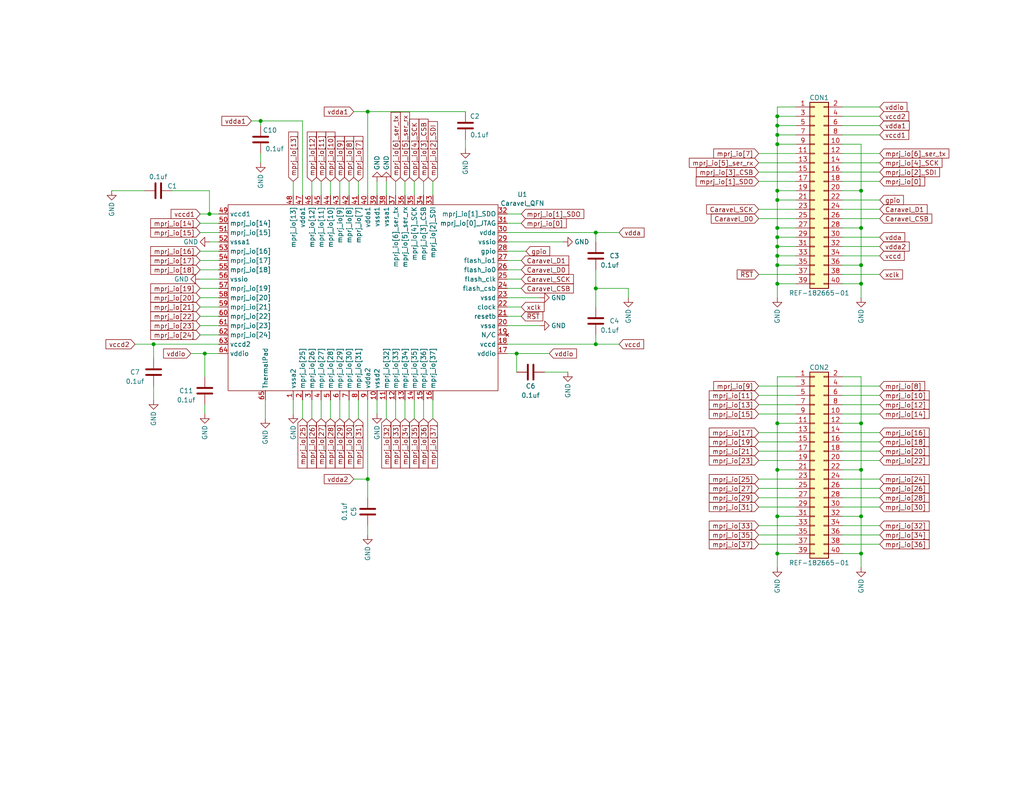
<source format=kicad_sch>
(kicad_sch (version 20230121) (generator eeschema)
  (paper "A")
  (title_block (title "Caravel QFN Breakout") (date "2023-07-21") (rev "2.1"))
  (lib_symbols
    (symbol "CaravelCommon:Caravel_QFN"
      (property "Reference" "U1" (at 3.81 -10.16 0))
      (property "Value" "Caravel_QFN" (at 0 -12.7 0))
      (symbol "Caravel_QFN_0_1"
        (rectangle (start -26.67 40.64) (end 24.13 -33.02))
      )
      (symbol "Caravel_QFN_1_1"
        (pin power_in line (at -29.21 22.86 0) (length 2.54) (name "vssa2") (number "1"))
        (pin power_in line (at -29.21 0 0) (length 2.54) (name "vssd2") (number "10"))
        (pin bidirectional line (at -29.21 -2.54 0) (length 2.54) (name "mprj_io[32]") (number "11"))
        (pin bidirectional line (at -29.21 -5.08 0) (length 2.54) (name "mprj_io[33]") (number "12"))
        (pin bidirectional line (at -29.21 -7.62 0) (length 2.54) (name "mprj_io[34]") (number "13"))
        (pin bidirectional line (at -29.21 -10.16 0) (length 2.54) (name "mprj_io[35]") (number "14"))
        (pin bidirectional line (at -29.21 -12.7 0) (length 2.54) (name "mprj_io[36]") (number "15"))
        (pin bidirectional line (at -29.21 -15.24 0) (length 2.54) (name "mprj_io[37]") (number "16"))
        (pin power_in line (at -16.51 -35.56 90) (length 2.54) (name "vddio") (number "17"))
        (pin power_in line (at -13.97 -35.56 90) (length 2.54) (name "vccd") (number "18"))
        (pin no_connect line (at -11.43 -35.56 90) (length 2.54) (name "N/C") (number "19"))
        (pin bidirectional line (at -29.21 20.32 0) (length 2.54) (name "mprj_io[25]") (number "2"))
        (pin power_in line (at -8.89 -35.56 90) (length 2.54) (name "vssa") (number "20"))
        (pin input line (at -6.35 -35.56 90) (length 2.54) (name "resetb") (number "21"))
        (pin input line (at -3.81 -35.56 90) (length 2.54) (name "clock") (number "22"))
        (pin power_in line (at -1.27 -35.56 90) (length 2.54) (name "vssd") (number "23"))
        (pin output line (at 1.27 -35.56 90) (length 2.54) (name "flash_csb") (number "24"))
        (pin output line (at 3.81 -35.56 90) (length 2.54) (name "flash_clk") (number "25"))
        (pin bidirectional line (at 6.35 -35.56 90) (length 2.54) (name "flash_io0") (number "26"))
        (pin bidirectional line (at 8.89 -35.56 90) (length 2.54) (name "flash_io1") (number "27"))
        (pin bidirectional line (at 11.43 -35.56 90) (length 2.54) (name "gpio") (number "28"))
        (pin power_in line (at 13.97 -35.56 90) (length 2.54) (name "vssio") (number "29"))
        (pin bidirectional line (at -29.21 17.78 0) (length 2.54) (name "mprj_io[26]") (number "3"))
        (pin power_in line (at 16.51 -35.56 90) (length 2.54) (name "vdda") (number "30"))
        (pin bidirectional line (at 19.05 -35.56 90) (length 2.54) (name "mprj_io[0]_JTAG") (number "31"))
        (pin bidirectional line (at 21.59 -35.56 90) (length 2.54) (name "mprj_io[1]_SDO") (number "32"))
        (pin bidirectional line (at 26.67 -15.24 180) (length 2.54) (name "mprj_io[2]_SDI") (number "33"))
        (pin bidirectional line (at 26.67 -12.7 180) (length 2.54) (name "mprj_io[3]_CSB") (number "34"))
        (pin bidirectional line (at 26.67 -10.16 180) (length 2.54) (name "mprj_io[4]_SCK") (number "35"))
        (pin bidirectional line (at 26.67 -7.62 180) (length 2.54) (name "mprj_io[5]_ser_rx") (number "36"))
        (pin bidirectional line (at 26.67 -5.08 180) (length 2.54) (name "mprj_io[6]_ser_tx") (number "37"))
        (pin power_in line (at 26.67 -2.54 180) (length 2.54) (name "vssa1") (number "38"))
        (pin power_in line (at 26.67 0 180) (length 2.54) (name "vssd1") (number "39"))
        (pin bidirectional line (at -29.21 15.24 0) (length 2.54) (name "mprj_io[27]") (number "4"))
        (pin power_in line (at 26.67 2.54 180) (length 2.54) (name "vdda1") (number "40"))
        (pin bidirectional line (at 26.67 5.08 180) (length 2.54) (name "mprj_io[7]") (number "41"))
        (pin bidirectional line (at 26.67 7.62 180) (length 2.54) (name "mprj_io[8]") (number "42"))
        (pin bidirectional line (at 26.67 10.16 180) (length 2.54) (name "mprj_io[9]") (number "43"))
        (pin bidirectional line (at 26.67 12.7 180) (length 2.54) (name "mprj_io[10]") (number "44"))
        (pin bidirectional line (at 26.67 15.24 180) (length 2.54) (name "mprj_io[11]") (number "45"))
        (pin bidirectional line (at 26.67 17.78 180) (length 2.54) (name "mprj_io[12]") (number "46"))
        (pin power_in line (at 26.67 20.32 180) (length 2.54) (name "vdda1") (number "47"))
        (pin bidirectional line (at 26.67 22.86 180) (length 2.54) (name "mprj_io[13]") (number "48"))
        (pin power_in line (at 21.59 43.18 270) (length 2.54) (name "vccd1") (number "49"))
        (pin bidirectional line (at -29.21 12.7 0) (length 2.54) (name "mprj_io[28]") (number "5"))
        (pin bidirectional line (at 19.05 43.18 270) (length 2.54) (name "mprj_io[14]") (number "50"))
        (pin bidirectional line (at 16.51 43.18 270) (length 2.54) (name "mprj_io[15]") (number "51"))
        (pin power_in line (at 13.97 43.18 270) (length 2.54) (name "vssa1") (number "52"))
        (pin bidirectional line (at 11.43 43.18 270) (length 2.54) (name "mprj_io[16]") (number "53"))
        (pin bidirectional line (at 8.89 43.18 270) (length 2.54) (name "mprj_io[17]") (number "54"))
        (pin bidirectional line (at 6.35 43.18 270) (length 2.54) (name "mprj_io[18]") (number "55"))
        (pin power_in line (at 3.81 43.18 270) (length 2.54) (name "vssio") (number "56"))
        (pin bidirectional line (at 1.27 43.18 270) (length 2.54) (name "mprj_io[19]") (number "57"))
        (pin bidirectional line (at -1.27 43.18 270) (length 2.54) (name "mprj_io[20]") (number "58"))
        (pin bidirectional line (at -3.81 43.18 270) (length 2.54) (name "mprj_io[21]") (number "59"))
        (pin bidirectional line (at -29.21 10.16 0) (length 2.54) (name "mprj_io[29]") (number "6"))
        (pin bidirectional line (at -6.35 43.18 270) (length 2.54) (name "mprj_io[22]") (number "60"))
        (pin bidirectional line (at -8.89 43.18 270) (length 2.54) (name "mprj_io[23]") (number "61"))
        (pin bidirectional line (at -11.43 43.18 270) (length 2.54) (name "mprj_io[24]") (number "62"))
        (pin power_in line (at -13.97 43.18 270) (length 2.54) (name "vccd2") (number "63"))
        (pin power_in line (at -16.51 43.18 270) (length 2.54) (name "vddio") (number "64"))
        (pin power_in line (at -29.21 30.48 0) (length 2.54) (name "ThermalPad") (number "65"))
        (pin bidirectional line (at -29.21 7.62 0) (length 2.54) (name "mprj_io[30]") (number "7"))
        (pin bidirectional line (at -29.21 5.08 0) (length 2.54) (name "mprj_io[31]") (number "8"))
        (pin power_in line (at -29.21 2.54 0) (length 2.54) (name "vdda2") (number "9"))
      )
    )
    (symbol "Connector_Generic:Conn_02x20_Odd_Even" (pin_names (offset 1.016) hide)
      (property "Reference" "J" (at 1.27 25.4 0))
      (property "Value" "Conn_02x20_Odd_Even" (at 1.27 -27.94 0))
      (symbol "Conn_02x20_Odd_Even_1_1"
        (rectangle (start -1.27 -25.273) (end 0 -25.527) (stroke (width 0.1524)))
        (rectangle (start -1.27 -22.733) (end 0 -22.987) (stroke (width 0.1524)))
        (rectangle (start -1.27 -20.193) (end 0 -20.447) (stroke (width 0.1524)))
        (rectangle (start -1.27 -17.653) (end 0 -17.907) (stroke (width 0.1524)))
        (rectangle (start -1.27 -15.113) (end 0 -15.367) (stroke (width 0.1524)))
        (rectangle (start -1.27 -12.573) (end 0 -12.827) (stroke (width 0.1524)))
        (rectangle (start -1.27 -10.033) (end 0 -10.287) (stroke (width 0.1524)))
        (rectangle (start -1.27 -7.493) (end 0 -7.747) (stroke (width 0.1524)))
        (rectangle (start -1.27 -4.953) (end 0 -5.207) (stroke (width 0.1524)))
        (rectangle (start -1.27 -2.413) (end 0 -2.667) (stroke (width 0.1524)))
        (rectangle (start -1.27 0.127) (end 0 -0.127) (stroke (width 0.1524)))
        (rectangle (start -1.27 2.667) (end 0 2.413) (stroke (width 0.1524)))
        (rectangle (start -1.27 5.207) (end 0 4.953) (stroke (width 0.1524)))
        (rectangle (start -1.27 7.747) (end 0 7.493) (stroke (width 0.1524)))
        (rectangle (start -1.27 10.287) (end 0 10.033) (stroke (width 0.1524)))
        (rectangle (start -1.27 12.827) (end 0 12.573) (stroke (width 0.1524)))
        (rectangle (start -1.27 15.367) (end 0 15.113) (stroke (width 0.1524)))
        (rectangle (start -1.27 17.907) (end 0 17.653) (stroke (width 0.1524)))
        (rectangle (start -1.27 20.447) (end 0 20.193) (stroke (width 0.1524)))
        (rectangle (start -1.27 22.987) (end 0 22.733) (stroke (width 0.1524)))
        (rectangle (start -1.27 24.13) (end 3.81 -26.67) (stroke (width 0.254)) (fill (type background)))
        (rectangle (start 3.81 -25.273) (end 2.54 -25.527) (stroke (width 0.1524)))
        (rectangle (start 3.81 -22.733) (end 2.54 -22.987) (stroke (width 0.1524)))
        (rectangle (start 3.81 -20.193) (end 2.54 -20.447) (stroke (width 0.1524)))
        (rectangle (start 3.81 -17.653) (end 2.54 -17.907) (stroke (width 0.1524)))
        (rectangle (start 3.81 -15.113) (end 2.54 -15.367) (stroke (width 0.1524)))
        (rectangle (start 3.81 -12.573) (end 2.54 -12.827) (stroke (width 0.1524)))
        (rectangle (start 3.81 -10.033) (end 2.54 -10.287) (stroke (width 0.1524)))
        (rectangle (start 3.81 -7.493) (end 2.54 -7.747) (stroke (width 0.1524)))
        (rectangle (start 3.81 -4.953) (end 2.54 -5.207) (stroke (width 0.1524)))
        (rectangle (start 3.81 -2.413) (end 2.54 -2.667) (stroke (width 0.1524)))
        (rectangle (start 3.81 0.127) (end 2.54 -0.127) (stroke (width 0.1524)))
        (rectangle (start 3.81 2.667) (end 2.54 2.413) (stroke (width 0.1524)))
        (rectangle (start 3.81 5.207) (end 2.54 4.953) (stroke (width 0.1524)))
        (rectangle (start 3.81 7.747) (end 2.54 7.493) (stroke (width 0.1524)))
        (rectangle (start 3.81 10.287) (end 2.54 10.033) (stroke (width 0.1524)))
        (rectangle (start 3.81 12.827) (end 2.54 12.573) (stroke (width 0.1524)))
        (rectangle (start 3.81 15.367) (end 2.54 15.113) (stroke (width 0.1524)))
        (rectangle (start 3.81 17.907) (end 2.54 17.653) (stroke (width 0.1524)))
        (rectangle (start 3.81 20.447) (end 2.54 20.193) (stroke (width 0.1524)))
        (rectangle (start 3.81 22.987) (end 2.54 22.733) (stroke (width 0.1524)))
        (pin passive line (at -5.08 22.86 0) (length 3.81) (name "Pin_1") (number "1"))
        (pin passive line (at 7.62 12.7 180) (length 3.81) (name "Pin_10") (number "10"))
        (pin passive line (at -5.08 10.16 0) (length 3.81) (name "Pin_11") (number "11"))
        (pin passive line (at 7.62 10.16 180) (length 3.81) (name "Pin_12") (number "12"))
        (pin passive line (at -5.08 7.62 0) (length 3.81) (name "Pin_13") (number "13"))
        (pin passive line (at 7.62 7.62 180) (length 3.81) (name "Pin_14") (number "14"))
        (pin passive line (at -5.08 5.08 0) (length 3.81) (name "Pin_15") (number "15"))
        (pin passive line (at 7.62 5.08 180) (length 3.81) (name "Pin_16") (number "16"))
        (pin passive line (at -5.08 2.54 0) (length 3.81) (name "Pin_17") (number "17"))
        (pin passive line (at 7.62 2.54 180) (length 3.81) (name "Pin_18") (number "18"))
        (pin passive line (at -5.08 0 0) (length 3.81) (name "Pin_19") (number "19"))
        (pin passive line (at 7.62 22.86 180) (length 3.81) (name "Pin_2") (number "2"))
        (pin passive line (at 7.62 0 180) (length 3.81) (name "Pin_20") (number "20"))
        (pin passive line (at -5.08 -2.54 0) (length 3.81) (name "Pin_21") (number "21"))
        (pin passive line (at 7.62 -2.54 180) (length 3.81) (name "Pin_22") (number "22"))
        (pin passive line (at -5.08 -5.08 0) (length 3.81) (name "Pin_23") (number "23"))
        (pin passive line (at 7.62 -5.08 180) (length 3.81) (name "Pin_24") (number "24"))
        (pin passive line (at -5.08 -7.62 0) (length 3.81) (name "Pin_25") (number "25"))
        (pin passive line (at 7.62 -7.62 180) (length 3.81) (name "Pin_26") (number "26"))
        (pin passive line (at -5.08 -10.16 0) (length 3.81) (name "Pin_27") (number "27"))
        (pin passive line (at 7.62 -10.16 180) (length 3.81) (name "Pin_28") (number "28"))
        (pin passive line (at -5.08 -12.7 0) (length 3.81) (name "Pin_29") (number "29"))
        (pin passive line (at -5.08 20.32 0) (length 3.81) (name "Pin_3") (number "3"))
        (pin passive line (at 7.62 -12.7 180) (length 3.81) (name "Pin_30") (number "30"))
        (pin passive line (at -5.08 -15.24 0) (length 3.81) (name "Pin_31") (number "31"))
        (pin passive line (at 7.62 -15.24 180) (length 3.81) (name "Pin_32") (number "32"))
        (pin passive line (at -5.08 -17.78 0) (length 3.81) (name "Pin_33") (number "33"))
        (pin passive line (at 7.62 -17.78 180) (length 3.81) (name "Pin_34") (number "34"))
        (pin passive line (at -5.08 -20.32 0) (length 3.81) (name "Pin_35") (number "35"))
        (pin passive line (at 7.62 -20.32 180) (length 3.81) (name "Pin_36") (number "36"))
        (pin passive line (at -5.08 -22.86 0) (length 3.81) (name "Pin_37") (number "37"))
        (pin passive line (at 7.62 -22.86 180) (length 3.81) (name "Pin_38") (number "38"))
        (pin passive line (at -5.08 -25.4 0) (length 3.81) (name "Pin_39") (number "39"))
        (pin passive line (at 7.62 20.32 180) (length 3.81) (name "Pin_4") (number "4"))
        (pin passive line (at 7.62 -25.4 180) (length 3.81) (name "Pin_40") (number "40"))
        (pin passive line (at -5.08 17.78 0) (length 3.81) (name "Pin_5") (number "5"))
        (pin passive line (at 7.62 17.78 180) (length 3.81) (name "Pin_6") (number "6"))
        (pin passive line (at -5.08 15.24 0) (length 3.81) (name "Pin_7") (number "7"))
        (pin passive line (at 7.62 15.24 180) (length 3.81) (name "Pin_8") (number "8"))
        (pin passive line (at -5.08 12.7 0) (length 3.81) (name "Pin_9") (number "9"))
      )
    )
    (symbol "Device:C" (pin_numbers hide) (pin_names (offset 0.254))
      (property "Reference" "C" (at 0.635 2.54 0))
      (property "Value" "C" (at 0.635 -2.54 0))
      (symbol "C_0_1"
        (polyline (pts (xy -2.032 -0.762) (xy 2.032 -0.762)) (stroke (width 0.508)))
        (polyline (pts (xy -2.032 0.762) (xy 2.032 0.762)) (stroke (width 0.508)))
      )
      (symbol "C_1_1"
        (pin passive line (at 0 3.81 270) (length 2.794) (name "~") (number "1"))
        (pin passive line (at 0 -3.81 90) (length 2.794) (name "~") (number "2"))
      )
    )
    (symbol "power:GND" (power) (pin_names (offset 0))
      (property "Value" "GND" (at 0 -3.81 0))
      (symbol "GND_0_1"
        (polyline (pts (xy 0 0) (xy 0 -1.27) (xy 1.27 -1.27) (xy 0 -2.54) (xy -1.27 -1.27) (xy 0 -1.27)))
      )
      (symbol "GND_1_1"
        (pin power_in line (at 0 0 270) (length 0) hide (name "GND") (number "1"))
      )
    )
  )
  (junction (at 41.91 93.98))
  (junction (at 212.09 62.23))
  (junction (at 162.56 63.5))
  (junction (at 55.88 96.52))
  (junction (at 212.09 52.07))
  (junction (at 212.09 64.77))
  (junction (at 212.09 34.29))
  (junction (at 100.33 130.81))
  (junction (at 234.95 62.23))
  (junction (at 162.56 93.98))
  (junction (at 71.12 33.02))
  (junction (at 212.09 128.27))
  (junction (at 212.09 36.83))
  (junction (at 140.97 96.52))
  (junction (at 100.33 30.48))
  (junction (at 212.09 67.31))
  (junction (at 234.95 140.97))
  (junction (at 162.56 78.74))
  (junction (at 212.09 69.85))
  (junction (at 212.09 72.39))
  (junction (at 57.15 58.42))
  (junction (at 212.09 77.47))
  (junction (at 234.95 151.13))
  (junction (at 212.09 115.57))
  (junction (at 212.09 151.13))
  (junction (at 234.95 115.57))
  (junction (at 234.95 52.07))
  (junction (at 212.09 39.37))
  (junction (at 212.09 31.75))
  (junction (at 234.95 128.27))
  (junction (at 212.09 54.61))
  (junction (at 234.95 72.39))
  (junction (at 212.09 140.97))
  (junction (at 234.95 77.47))
  (wire (pts (xy 229.87 120.65) (xy 240.03 120.65)))
  (wire (pts (xy 229.87 135.89) (xy 240.03 135.89)))
  (wire (pts (xy 207.01 74.93) (xy 217.17 74.93)))
  (wire (pts (xy 140.97 96.52) (xy 138.43 96.52)))
  (wire (pts (xy 217.17 69.85) (xy 212.09 69.85)))
  (wire (pts (xy 82.55 33.02) (xy 71.12 33.02)))
  (wire (pts (xy 229.87 29.21) (xy 240.03 29.21)))
  (wire (pts (xy 207.01 59.69) (xy 217.17 59.69)))
  (wire (pts (xy 59.69 83.82) (xy 54.61 83.82)))
  (wire (pts (xy 168.91 63.5) (xy 162.56 63.5)))
  (wire (pts (xy 229.87 74.93) (xy 240.03 74.93)))
  (wire (pts (xy 229.87 105.41) (xy 240.03 105.41)))
  (wire (pts (xy 207.01 113.03) (xy 217.17 113.03)))
  (wire (pts (xy 212.09 36.83) (xy 212.09 39.37)))
  (wire (pts (xy 59.69 73.66) (xy 54.61 73.66)))
  (wire (pts (xy 229.87 118.11) (xy 240.03 118.11)))
  (wire (pts (xy 212.09 102.87) (xy 212.09 115.57)))
  (wire (pts (xy 229.87 115.57) (xy 234.95 115.57)))
  (wire (pts (xy 229.87 125.73) (xy 240.03 125.73)))
  (wire (pts (xy 207.01 123.19) (xy 217.17 123.19)))
  (wire (pts (xy 212.09 128.27) (xy 212.09 140.97)))
  (wire (pts (xy 100.33 30.48) (xy 127 30.48)))
  (wire (pts (xy 207.01 118.11) (xy 217.17 118.11)))
  (wire (pts (xy 72.39 109.22) (xy 72.39 114.3)))
  (wire (pts (xy 140.97 96.52) (xy 140.97 101.6)))
  (wire (pts (xy 41.91 93.98) (xy 36.83 93.98)))
  (wire (pts (xy 229.87 34.29) (xy 240.03 34.29)))
  (wire (pts (xy 82.55 114.3) (xy 82.55 109.22)))
  (wire (pts (xy 80.01 49.53) (xy 80.01 53.34)))
  (wire (pts (xy 142.24 71.12) (xy 138.43 71.12)))
  (wire (pts (xy 207.01 125.73) (xy 217.17 125.73)))
  (wire (pts (xy 80.01 113.03) (xy 80.01 109.22)))
  (wire (pts (xy 115.57 114.3) (xy 115.57 109.22)))
  (wire (pts (xy 212.09 31.75) (xy 217.17 31.75)))
  (wire (pts (xy 229.87 110.49) (xy 240.03 110.49)))
  (wire (pts (xy 229.87 62.23) (xy 234.95 62.23)))
  (wire (pts (xy 229.87 49.53) (xy 240.03 49.53)))
  (wire (pts (xy 30.48 52.07) (xy 39.37 52.07)))
  (wire (pts (xy 234.95 128.27) (xy 234.95 140.97)))
  (wire (pts (xy 57.15 58.42) (xy 59.69 58.42)))
  (wire (pts (xy 229.87 146.05) (xy 240.03 146.05)))
  (wire (pts (xy 113.03 114.3) (xy 113.03 109.22)))
  (wire (pts (xy 207.01 49.53) (xy 217.17 49.53)))
  (wire (pts (xy 71.12 33.02) (xy 71.12 34.29)))
  (wire (pts (xy 142.24 83.82) (xy 138.43 83.82)))
  (wire (pts (xy 217.17 102.87) (xy 212.09 102.87)))
  (wire (pts (xy 229.87 57.15) (xy 240.03 57.15)))
  (wire (pts (xy 92.71 114.3) (xy 92.71 109.22)))
  (wire (pts (xy 41.91 93.98) (xy 59.69 93.98)))
  (wire (pts (xy 229.87 140.97) (xy 234.95 140.97)))
  (wire (pts (xy 97.79 114.3) (xy 97.79 109.22)))
  (wire (pts (xy 229.87 123.19) (xy 240.03 123.19)))
  (wire (pts (xy 212.09 64.77) (xy 212.09 67.31)))
  (wire (pts (xy 110.49 114.3) (xy 110.49 109.22)))
  (wire (pts (xy 212.09 39.37) (xy 217.17 39.37)))
  (wire (pts (xy 207.01 146.05) (xy 217.17 146.05)))
  (wire (pts (xy 207.01 143.51) (xy 217.17 143.51)))
  (wire (pts (xy 168.91 93.98) (xy 162.56 93.98)))
  (wire (pts (xy 207.01 138.43) (xy 217.17 138.43)))
  (wire (pts (xy 100.33 135.89) (xy 100.33 130.81)))
  (wire (pts (xy 82.55 33.02) (xy 82.55 53.34)))
  (wire (pts (xy 41.91 93.98) (xy 41.91 97.79)))
  (wire (pts (xy 100.33 130.81) (xy 100.33 109.22)))
  (wire (pts (xy 212.09 34.29) (xy 212.09 36.83)))
  (wire (pts (xy 212.09 54.61) (xy 212.09 62.23)))
  (wire (pts (xy 229.87 107.95) (xy 240.03 107.95)))
  (wire (pts (xy 229.87 72.39) (xy 234.95 72.39)))
  (wire (pts (xy 212.09 69.85) (xy 212.09 72.39)))
  (wire (pts (xy 207.01 120.65) (xy 217.17 120.65)))
  (wire (pts (xy 90.17 49.53) (xy 90.17 53.34)))
  (wire (pts (xy 212.09 140.97) (xy 217.17 140.97)))
  (wire (pts (xy 229.87 67.31) (xy 240.03 67.31)))
  (wire (pts (xy 105.41 49.53) (xy 105.41 53.34)))
  (wire (pts (xy 142.24 73.66) (xy 138.43 73.66)))
  (wire (pts (xy 212.09 151.13) (xy 212.09 154.94)))
  (wire (pts (xy 142.24 78.74) (xy 138.43 78.74)))
  (wire (pts (xy 110.49 49.53) (xy 110.49 53.34)))
  (wire (pts (xy 212.09 77.47) (xy 217.17 77.47)))
  (wire (pts (xy 100.33 143.51) (xy 100.33 146.05)))
  (wire (pts (xy 90.17 114.3) (xy 90.17 109.22)))
  (wire (pts (xy 234.95 72.39) (xy 234.95 77.47)))
  (wire (pts (xy 85.09 114.3) (xy 85.09 109.22)))
  (wire (pts (xy 87.63 114.3) (xy 87.63 109.22)))
  (wire (pts (xy 55.88 110.49) (xy 55.88 113.03)))
  (wire (pts (xy 118.11 53.34) (xy 118.11 49.53)))
  (wire (pts (xy 229.87 130.81) (xy 240.03 130.81)))
  (wire (pts (xy 162.56 93.98) (xy 138.43 93.98)))
  (wire (pts (xy 234.95 77.47) (xy 234.95 81.28)))
  (wire (pts (xy 153.67 66.04) (xy 138.43 66.04)))
  (wire (pts (xy 234.95 140.97) (xy 234.95 151.13)))
  (wire (pts (xy 162.56 78.74) (xy 162.56 83.82)))
  (wire (pts (xy 57.15 58.42) (xy 57.15 52.07)))
  (wire (pts (xy 212.09 31.75) (xy 212.09 34.29)))
  (wire (pts (xy 229.87 148.59) (xy 240.03 148.59)))
  (wire (pts (xy 57.15 66.04) (xy 59.69 66.04)))
  (wire (pts (xy 229.87 138.43) (xy 240.03 138.43)))
  (wire (pts (xy 217.17 72.39) (xy 212.09 72.39)))
  (wire (pts (xy 217.17 64.77) (xy 212.09 64.77)))
  (wire (pts (xy 143.51 68.58) (xy 138.43 68.58)))
  (wire (pts (xy 229.87 46.99) (xy 240.03 46.99)))
  (wire (pts (xy 59.69 91.44) (xy 54.61 91.44)))
  (wire (pts (xy 107.95 49.53) (xy 107.95 53.34)))
  (wire (pts (xy 162.56 91.44) (xy 162.56 93.98)))
  (wire (pts (xy 95.25 49.53) (xy 95.25 53.34)))
  (wire (pts (xy 207.01 44.45) (xy 217.17 44.45)))
  (wire (pts (xy 229.87 64.77) (xy 240.03 64.77)))
  (wire (pts (xy 138.43 63.5) (xy 162.56 63.5)))
  (wire (pts (xy 92.71 49.53) (xy 92.71 53.34)))
  (wire (pts (xy 100.33 130.81) (xy 96.52 130.81)))
  (wire (pts (xy 162.56 73.66) (xy 162.56 78.74)))
  (wire (pts (xy 57.15 52.07) (xy 46.99 52.07)))
  (wire (pts (xy 113.03 49.53) (xy 113.03 53.34)))
  (wire (pts (xy 212.09 67.31) (xy 212.09 69.85)))
  (wire (pts (xy 142.24 76.2) (xy 138.43 76.2)))
  (wire (pts (xy 207.01 110.49) (xy 217.17 110.49)))
  (wire (pts (xy 207.01 107.95) (xy 217.17 107.95)))
  (wire (pts (xy 207.01 148.59) (xy 217.17 148.59)))
  (wire (pts (xy 59.69 81.28) (xy 54.61 81.28)))
  (wire (pts (xy 100.33 30.48) (xy 96.52 30.48)))
  (wire (pts (xy 212.09 29.21) (xy 217.17 29.21)))
  (wire (pts (xy 212.09 115.57) (xy 212.09 128.27)))
  (wire (pts (xy 59.69 68.58) (xy 54.61 68.58)))
  (wire (pts (xy 229.87 113.03) (xy 240.03 113.03)))
  (wire (pts (xy 229.87 41.91) (xy 240.03 41.91)))
  (wire (pts (xy 234.95 115.57) (xy 234.95 128.27)))
  (wire (pts (xy 229.87 102.87) (xy 234.95 102.87)))
  (wire (pts (xy 97.79 49.53) (xy 97.79 53.34)))
  (wire (pts (xy 55.88 96.52) (xy 55.88 102.87)))
  (wire (pts (xy 207.01 41.91) (xy 217.17 41.91)))
  (wire (pts (xy 52.07 96.52) (xy 55.88 96.52)))
  (wire (pts (xy 59.69 71.12) (xy 54.61 71.12)))
  (wire (pts (xy 212.09 128.27) (xy 217.17 128.27)))
  (wire (pts (xy 212.09 29.21) (xy 212.09 31.75)))
  (wire (pts (xy 127 40.64) (xy 127 38.1)))
  (wire (pts (xy 102.87 53.34) (xy 102.87 49.53)))
  (wire (pts (xy 217.17 62.23) (xy 212.09 62.23)))
  (wire (pts (xy 212.09 115.57) (xy 217.17 115.57)))
  (wire (pts (xy 229.87 44.45) (xy 240.03 44.45)))
  (wire (pts (xy 59.69 78.74) (xy 54.61 78.74)))
  (wire (pts (xy 234.95 151.13) (xy 234.95 154.94)))
  (wire (pts (xy 229.87 59.69) (xy 240.03 59.69)))
  (wire (pts (xy 115.57 49.53) (xy 115.57 53.34)))
  (wire (pts (xy 229.87 31.75) (xy 240.03 31.75)))
  (wire (pts (xy 229.87 151.13) (xy 234.95 151.13)))
  (wire (pts (xy 229.87 52.07) (xy 234.95 52.07)))
  (wire (pts (xy 207.01 57.15) (xy 217.17 57.15)))
  (wire (pts (xy 147.32 88.9) (xy 138.43 88.9)))
  (wire (pts (xy 229.87 69.85) (xy 240.03 69.85)))
  (wire (pts (xy 212.09 52.07) (xy 212.09 54.61)))
  (wire (pts (xy 54.61 63.5) (xy 59.69 63.5)))
  (wire (pts (xy 85.09 49.53) (xy 85.09 53.34)))
  (wire (pts (xy 212.09 34.29) (xy 217.17 34.29)))
  (wire (pts (xy 229.87 77.47) (xy 234.95 77.47)))
  (wire (pts (xy 154.94 101.6) (xy 148.59 101.6)))
  (wire (pts (xy 105.41 114.3) (xy 105.41 109.22)))
  (wire (pts (xy 212.09 39.37) (xy 212.09 52.07)))
  (wire (pts (xy 229.87 133.35) (xy 240.03 133.35)))
  (wire (pts (xy 229.87 39.37) (xy 234.95 39.37)))
  (wire (pts (xy 59.69 86.36) (xy 54.61 86.36)))
  (wire (pts (xy 212.09 151.13) (xy 217.17 151.13)))
  (wire (pts (xy 229.87 143.51) (xy 240.03 143.51)))
  (wire (pts (xy 68.58 33.02) (xy 71.12 33.02)))
  (wire (pts (xy 140.97 96.52) (xy 149.86 96.52)))
  (wire (pts (xy 212.09 77.47) (xy 212.09 81.28)))
  (wire (pts (xy 171.45 78.74) (xy 171.45 81.28)))
  (wire (pts (xy 71.12 41.91) (xy 71.12 44.45)))
  (wire (pts (xy 41.91 105.41) (xy 41.91 109.22)))
  (wire (pts (xy 212.09 140.97) (xy 212.09 151.13)))
  (wire (pts (xy 207.01 135.89) (xy 217.17 135.89)))
  (wire (pts (xy 229.87 36.83) (xy 240.03 36.83)))
  (wire (pts (xy 207.01 130.81) (xy 217.17 130.81)))
  (wire (pts (xy 55.88 96.52) (xy 59.69 96.52)))
  (wire (pts (xy 234.95 39.37) (xy 234.95 52.07)))
  (wire (pts (xy 54.61 58.42) (xy 57.15 58.42)))
  (wire (pts (xy 234.95 62.23) (xy 234.95 72.39)))
  (wire (pts (xy 142.24 58.42) (xy 138.43 58.42)))
  (wire (pts (xy 212.09 36.83) (xy 217.17 36.83)))
  (wire (pts (xy 212.09 54.61) (xy 217.17 54.61)))
  (wire (pts (xy 107.95 114.3) (xy 107.95 109.22)))
  (wire (pts (xy 100.33 30.48) (xy 100.33 53.34)))
  (wire (pts (xy 87.63 49.53) (xy 87.63 53.34)))
  (wire (pts (xy 207.01 133.35) (xy 217.17 133.35)))
  (wire (pts (xy 147.32 81.28) (xy 138.43 81.28)))
  (wire (pts (xy 207.01 46.99) (xy 217.17 46.99)))
  (wire (pts (xy 118.11 114.3) (xy 118.11 109.22)))
  (wire (pts (xy 95.25 114.3) (xy 95.25 109.22)))
  (wire (pts (xy 54.61 76.2) (xy 59.69 76.2)))
  (wire (pts (xy 234.95 102.87) (xy 234.95 115.57)))
  (wire (pts (xy 162.56 63.5) (xy 162.56 66.04)))
  (wire (pts (xy 142.24 86.36) (xy 138.43 86.36)))
  (wire (pts (xy 212.09 62.23) (xy 212.09 64.77)))
  (wire (pts (xy 234.95 52.07) (xy 234.95 62.23)))
  (wire (pts (xy 229.87 128.27) (xy 234.95 128.27)))
  (wire (pts (xy 162.56 78.74) (xy 171.45 78.74)))
  (wire (pts (xy 59.69 88.9) (xy 54.61 88.9)))
  (wire (pts (xy 207.01 105.41) (xy 217.17 105.41)))
  (wire (pts (xy 229.87 54.61) (xy 240.03 54.61)))
  (wire (pts (xy 217.17 67.31) (xy 212.09 67.31)))
  (wire (pts (xy 59.69 60.96) (xy 54.61 60.96)))
  (wire (pts (xy 102.87 113.03) (xy 102.87 109.22)))
  (wire (pts (xy 212.09 72.39) (xy 212.09 77.47)))
  (wire (pts (xy 212.09 52.07) (xy 217.17 52.07)))
  (wire (pts (xy 142.24 60.96) (xy 138.43 60.96)))
  (global_label "mprj_io[11]" (shape input) (at 207.01 107.95 180) (property "Intersheetrefs" "${INTERSHEET_REFS}" (effects hide)))
  (global_label "mprj_io[10]" (shape input) (at 240.03 107.95 0) (property "Intersheetrefs" "${INTERSHEET_REFS}" (effects hide)))
  (global_label "mprj_io[17]" (shape input) (at 54.61 71.12 180) (property "Intersheetrefs" "${INTERSHEET_REFS}" (effects hide)))
  (global_label "mprj_io[13]" (shape input) (at 80.01 49.53 90) (property "Intersheetrefs" "${INTERSHEET_REFS}" (effects hide)))
  (global_label "mprj_io[10]" (shape input) (at 90.17 49.53 90) (property "Intersheetrefs" "${INTERSHEET_REFS}" (effects hide)))
  (global_label "vccd2" (shape input) (at 36.83 93.98 180) (property "Intersheetrefs" "${INTERSHEET_REFS}" (effects hide)))
  (global_label "vccd" (shape input) (at 168.91 93.98 0) (property "Intersheetrefs" "${INTERSHEET_REFS}" (effects hide)))
  (global_label "mprj_io[29]" (shape input) (at 92.71 114.3 270) (property "Intersheetrefs" "${INTERSHEET_REFS}" (effects hide)))
  (global_label "mprj_io[17]" (shape input) (at 207.01 118.11 180) (property "Intersheetrefs" "${INTERSHEET_REFS}" (effects hide)))
  (global_label "vdda1" (shape input) (at 96.52 30.48 180) (property "Intersheetrefs" "${INTERSHEET_REFS}" (effects hide)))
  (global_label "mprj_io[31]" (shape input) (at 97.79 114.3 270) (property "Intersheetrefs" "${INTERSHEET_REFS}" (effects hide)))
  (global_label "Caravel_CSB" (shape input) (at 142.24 78.74 0) (property "Intersheetrefs" "${INTERSHEET_REFS}" (effects hide)))
  (global_label "vdda1" (shape input) (at 68.58 33.02 180) (property "Intersheetrefs" "${INTERSHEET_REFS}" (effects hide)))
  (global_label "mprj_io[19]" (shape input) (at 207.01 120.65 180) (property "Intersheetrefs" "${INTERSHEET_REFS}" (effects hide)))
  (global_label "vdda1" (shape input) (at 240.03 34.29 0) (property "Intersheetrefs" "${INTERSHEET_REFS}" (effects hide)))
  (global_label "mprj_io[5]_ser_rx" (shape input) (at 110.49 49.53 90) (property "Intersheetrefs" "${INTERSHEET_REFS}" (effects hide)))
  (global_label "mprj_io[16]" (shape input) (at 54.61 68.58 180) (property "Intersheetrefs" "${INTERSHEET_REFS}" (effects hide)))
  (global_label "mprj_io[34]" (shape input) (at 110.49 114.3 270) (property "Intersheetrefs" "${INTERSHEET_REFS}" (effects hide)))
  (global_label "mprj_io[12]" (shape input) (at 85.09 49.53 90) (property "Intersheetrefs" "${INTERSHEET_REFS}" (effects hide)))
  (global_label "mprj_io[6]_ser_tx" (shape input) (at 240.03 41.91 0) (property "Intersheetrefs" "${INTERSHEET_REFS}" (effects hide)))
  (global_label "vddio" (shape input) (at 240.03 29.21 0) (property "Intersheetrefs" "${INTERSHEET_REFS}" (effects hide)))
  (global_label "mprj_io[14]" (shape input) (at 54.61 60.96 180) (property "Intersheetrefs" "${INTERSHEET_REFS}" (effects hide)))
  (global_label "mprj_io[24]" (shape input) (at 240.03 130.81 0) (property "Intersheetrefs" "${INTERSHEET_REFS}" (effects hide)))
  (global_label "mprj_io[35]" (shape input) (at 207.01 146.05 180) (property "Intersheetrefs" "${INTERSHEET_REFS}" (effects hide)))
  (global_label "mprj_io[36]" (shape input) (at 115.57 114.3 270) (property "Intersheetrefs" "${INTERSHEET_REFS}" (effects hide)))
  (global_label "mprj_io[28]" (shape input) (at 90.17 114.3 270) (property "Intersheetrefs" "${INTERSHEET_REFS}" (effects hide)))
  (global_label "mprj_io[15]" (shape input) (at 207.01 113.03 180) (property "Intersheetrefs" "${INTERSHEET_REFS}" (effects hide)))
  (global_label "mprj_io[22]" (shape input) (at 240.03 125.73 0) (property "Intersheetrefs" "${INTERSHEET_REFS}" (effects hide)))
  (global_label "mprj_io[34]" (shape input) (at 240.03 146.05 0) (property "Intersheetrefs" "${INTERSHEET_REFS}" (effects hide)))
  (global_label "mprj_io[25]" (shape input) (at 82.55 114.3 270) (property "Intersheetrefs" "${INTERSHEET_REFS}" (effects hide)))
  (global_label "mprj_io[28]" (shape input) (at 240.03 135.89 0) (property "Intersheetrefs" "${INTERSHEET_REFS}" (effects hide)))
  (global_label "mprj_io[37]" (shape input) (at 118.11 114.3 270) (property "Intersheetrefs" "${INTERSHEET_REFS}" (effects hide)))
  (global_label "mprj_io[14]" (shape input) (at 240.03 113.03 0) (property "Intersheetrefs" "${INTERSHEET_REFS}" (effects hide)))
  (global_label "vccd1" (shape input) (at 240.03 36.83 0) (property "Intersheetrefs" "${INTERSHEET_REFS}" (effects hide)))
  (global_label "mprj_io[4]_SCK" (shape input) (at 113.03 49.53 90) (property "Intersheetrefs" "${INTERSHEET_REFS}" (effects hide)))
  (global_label "mprj_io[1]_SDO" (shape input) (at 142.24 58.42 0) (property "Intersheetrefs" "${INTERSHEET_REFS}" (effects hide)))
  (global_label "mprj_io[35]" (shape input) (at 113.03 114.3 270) (property "Intersheetrefs" "${INTERSHEET_REFS}" (effects hide)))
  (global_label "mprj_io[15]" (shape input) (at 54.61 63.5 180) (property "Intersheetrefs" "${INTERSHEET_REFS}" (effects hide)))
  (global_label "mprj_io[30]" (shape input) (at 95.25 114.3 270) (property "Intersheetrefs" "${INTERSHEET_REFS}" (effects hide)))
  (global_label "Caravel_D0" (shape input) (at 207.01 59.69 180) (property "Intersheetrefs" "${INTERSHEET_REFS}" (effects hide)))
  (global_label "mprj_io[2]_SDI" (shape input) (at 118.11 49.53 90) (property "Intersheetrefs" "${INTERSHEET_REFS}" (effects hide)))
  (global_label "mprj_io[2]_SDI" (shape input) (at 240.03 46.99 0) (property "Intersheetrefs" "${INTERSHEET_REFS}" (effects hide)))
  (global_label "mprj_io[5]_ser_rx" (shape input) (at 207.01 44.45 180) (property "Intersheetrefs" "${INTERSHEET_REFS}" (effects hide)))
  (global_label "mprj_io[6]_ser_tx" (shape input) (at 107.95 49.53 90) (property "Intersheetrefs" "${INTERSHEET_REFS}" (effects hide)))
  (global_label "xclk" (shape input) (at 142.24 83.82 0) (property "Intersheetrefs" "${INTERSHEET_REFS}" (effects hide)))
  (global_label "vdda2" (shape input) (at 96.52 130.81 180) (property "Intersheetrefs" "${INTERSHEET_REFS}" (effects hide)))
  (global_label "mprj_io[12]" (shape input) (at 240.03 110.49 0) (property "Intersheetrefs" "${INTERSHEET_REFS}" (effects hide)))
  (global_label "vccd" (shape input) (at 240.03 69.85 0) (property "Intersheetrefs" "${INTERSHEET_REFS}" (effects hide)))
  (global_label "vddio" (shape input) (at 149.86 96.52 0) (property "Intersheetrefs" "${INTERSHEET_REFS}" (effects hide)))
  (global_label "Caravel_SCK" (shape input) (at 207.01 57.15 180) (property "Intersheetrefs" "${INTERSHEET_REFS}" (effects hide)))
  (global_label "mprj_io[18]" (shape input) (at 240.03 120.65 0) (property "Intersheetrefs" "${INTERSHEET_REFS}" (effects hide)))
  (global_label "mprj_io[25]" (shape input) (at 207.01 130.81 180) (property "Intersheetrefs" "${INTERSHEET_REFS}" (effects hide)))
  (global_label "mprj_io[21]" (shape input) (at 54.61 83.82 180) (property "Intersheetrefs" "${INTERSHEET_REFS}" (effects hide)))
  (global_label "mprj_io[22]" (shape input) (at 54.61 86.36 180) (property "Intersheetrefs" "${INTERSHEET_REFS}" (effects hide)))
  (global_label "mprj_io[26]" (shape input) (at 85.09 114.3 270) (property "Intersheetrefs" "${INTERSHEET_REFS}" (effects hide)))
  (global_label "mprj_io[33]" (shape input) (at 107.95 114.3 270) (property "Intersheetrefs" "${INTERSHEET_REFS}" (effects hide)))
  (global_label "mprj_io[27]" (shape input) (at 87.63 114.3 270) (property "Intersheetrefs" "${INTERSHEET_REFS}" (effects hide)))
  (global_label "Caravel_D1" (shape input) (at 142.24 71.12 0) (property "Intersheetrefs" "${INTERSHEET_REFS}" (effects hide)))
  (global_label "Caravel_D0" (shape input) (at 142.24 73.66 0) (property "Intersheetrefs" "${INTERSHEET_REFS}" (effects hide)))
  (global_label "mprj_io[37]" (shape input) (at 207.01 148.59 180) (property "Intersheetrefs" "${INTERSHEET_REFS}" (effects hide)))
  (global_label "mprj_io[23]" (shape input) (at 207.01 125.73 180) (property "Intersheetrefs" "${INTERSHEET_REFS}" (effects hide)))
  (global_label "vdda2" (shape input) (at 240.03 67.31 0) (property "Intersheetrefs" "${INTERSHEET_REFS}" (effects hide)))
  (global_label "mprj_io[32]" (shape input) (at 240.03 143.51 0) (property "Intersheetrefs" "${INTERSHEET_REFS}" (effects hide)))
  (global_label "mprj_io[11]" (shape input) (at 87.63 49.53 90) (property "Intersheetrefs" "${INTERSHEET_REFS}" (effects hide)))
  (global_label "vccd1" (shape input) (at 54.61 58.42 180) (property "Intersheetrefs" "${INTERSHEET_REFS}" (effects hide)))
  (global_label "mprj_io[23]" (shape input) (at 54.61 88.9 180) (property "Intersheetrefs" "${INTERSHEET_REFS}" (effects hide)))
  (global_label "mprj_io[31]" (shape input) (at 207.01 138.43 180) (property "Intersheetrefs" "${INTERSHEET_REFS}" (effects hide)))
  (global_label "mprj_io[21]" (shape input) (at 207.01 123.19 180) (property "Intersheetrefs" "${INTERSHEET_REFS}" (effects hide)))
  (global_label "vddio" (shape input) (at 52.07 96.52 180) (property "Intersheetrefs" "${INTERSHEET_REFS}" (effects hide)))
  (global_label "mprj_io[9]" (shape input) (at 207.01 105.41 180) (property "Intersheetrefs" "${INTERSHEET_REFS}" (effects hide)))
  (global_label "vccd2" (shape input) (at 240.03 31.75 0) (property "Intersheetrefs" "${INTERSHEET_REFS}" (effects hide)))
  (global_label "mprj_io[24]" (shape input) (at 54.61 91.44 180) (property "Intersheetrefs" "${INTERSHEET_REFS}" (effects hide)))
  (global_label "mprj_io[36]" (shape input) (at 240.03 148.59 0) (property "Intersheetrefs" "${INTERSHEET_REFS}" (effects hide)))
  (global_label "mprj_io[7]" (shape input) (at 97.79 49.53 90) (property "Intersheetrefs" "${INTERSHEET_REFS}" (effects hide)))
  (global_label "Caravel_SCK" (shape input) (at 142.24 76.2 0) (property "Intersheetrefs" "${INTERSHEET_REFS}" (effects hide)))
  (global_label "mprj_io[19]" (shape input) (at 54.61 78.74 180) (property "Intersheetrefs" "${INTERSHEET_REFS}" (effects hide)))
  (global_label "mprj_io[4]_SCK" (shape input) (at 240.03 44.45 0) (property "Intersheetrefs" "${INTERSHEET_REFS}" (effects hide)))
  (global_label "mprj_io[30]" (shape input) (at 240.03 138.43 0) (property "Intersheetrefs" "${INTERSHEET_REFS}" (effects hide)))
  (global_label "gpio" (shape input) (at 240.03 54.61 0) (property "Intersheetrefs" "${INTERSHEET_REFS}" (effects hide)))
  (global_label "mprj_io[8]" (shape input) (at 95.25 49.53 90) (property "Intersheetrefs" "${INTERSHEET_REFS}" (effects hide)))
  (global_label "mprj_io[26]" (shape input) (at 240.03 133.35 0) (property "Intersheetrefs" "${INTERSHEET_REFS}" (effects hide)))
  (global_label "~{RST}" (shape input) (at 207.01 74.93 180) (property "Intersheetrefs" "${INTERSHEET_REFS}" (effects hide)))
  (global_label "mprj_io[32]" (shape input) (at 105.41 114.3 270) (property "Intersheetrefs" "${INTERSHEET_REFS}" (effects hide)))
  (global_label "mprj_io[8]" (shape input) (at 240.03 105.41 0) (property "Intersheetrefs" "${INTERSHEET_REFS}" (effects hide)))
  (global_label "~{RST}" (shape input) (at 142.24 86.36 0) (property "Intersheetrefs" "${INTERSHEET_REFS}" (effects hide)))
  (global_label "mprj_io[27]" (shape input) (at 207.01 133.35 180) (property "Intersheetrefs" "${INTERSHEET_REFS}" (effects hide)))
  (global_label "mprj_io[29]" (shape input) (at 207.01 135.89 180) (property "Intersheetrefs" "${INTERSHEET_REFS}" (effects hide)))
  (global_label "mprj_io[9]" (shape input) (at 92.71 49.53 90) (property "Intersheetrefs" "${INTERSHEET_REFS}" (effects hide)))
  (global_label "xclk" (shape input) (at 240.03 74.93 0) (property "Intersheetrefs" "${INTERSHEET_REFS}" (effects hide)))
  (global_label "mprj_io[3]_CSB" (shape input) (at 207.01 46.99 180) (property "Intersheetrefs" "${INTERSHEET_REFS}" (effects hide)))
  (global_label "mprj_io[18]" (shape input) (at 54.61 73.66 180) (property "Intersheetrefs" "${INTERSHEET_REFS}" (effects hide)))
  (global_label "mprj_io[1]_SDO" (shape input) (at 207.01 49.53 180) (property "Intersheetrefs" "${INTERSHEET_REFS}" (effects hide)))
  (global_label "mprj_io[33]" (shape input) (at 207.01 143.51 180) (property "Intersheetrefs" "${INTERSHEET_REFS}" (effects hide)))
  (global_label "Caravel_D1" (shape input) (at 240.03 57.15 0) (property "Intersheetrefs" "${INTERSHEET_REFS}" (effects hide)))
  (global_label "vdda" (shape input) (at 240.03 64.77 0) (property "Intersheetrefs" "${INTERSHEET_REFS}" (effects hide)))
  (global_label "mprj_io[16]" (shape input) (at 240.03 118.11 0) (property "Intersheetrefs" "${INTERSHEET_REFS}" (effects hide)))
  (global_label "mprj_io[13]" (shape input) (at 207.01 110.49 180) (property "Intersheetrefs" "${INTERSHEET_REFS}" (effects hide)))
  (global_label "mprj_io[20]" (shape input) (at 54.61 81.28 180) (property "Intersheetrefs" "${INTERSHEET_REFS}" (effects hide)))
  (global_label "mprj_io[20]" (shape input) (at 240.03 123.19 0) (property "Intersheetrefs" "${INTERSHEET_REFS}" (effects hide)))
  (global_label "vdda" (shape input) (at 168.91 63.5 0) (property "Intersheetrefs" "${INTERSHEET_REFS}" (effects hide)))
  (global_label "gpio" (shape input) (at 143.51 68.58 0) (property "Intersheetrefs" "${INTERSHEET_REFS}" (effects hide)))
  (global_label "mprj_io[0]" (shape input) (at 240.03 49.53 0) (property "Intersheetrefs" "${INTERSHEET_REFS}" (effects hide)))
  (global_label "mprj_io[3]_CSB" (shape input) (at 115.57 49.53 90) (property "Intersheetrefs" "${INTERSHEET_REFS}" (effects hide)))
  (global_label "mprj_io[7]" (shape input) (at 207.01 41.91 180) (property "Intersheetrefs" "${INTERSHEET_REFS}" (effects hide)))
  (global_label "Caravel_CSB" (shape input) (at 240.03 59.69 0) (property "Intersheetrefs" "${INTERSHEET_REFS}" (effects hide)))
  (global_label "mprj_io[0]" (shape input) (at 142.24 60.96 0) (property "Intersheetrefs" "${INTERSHEET_REFS}" (effects hide)))
  (symbol (lib_id "Device:C") (at 162.56 69.85 0) (unit 1)
    (property "Reference" "C3" (at 167.64 69.85 0))
    (property "Value" "0.1uf" (at 166.37 72.39 0))
    (property "Footprint" "Capacitor_SMD:C_0402_1005Metric" (effects hide))
    (property "MPN" "EMK105B7104KV-F" (effects hide))
    (property "MPN_ALT" "CL05B104KA5NNNC" (effects hide))
    (property "SMARTBOM" "0.1u 0402 10% 10V" (effects hide))
  )
  (symbol (lib_id "power:GND") (at 102.87 113.03 0) (unit 1)
    (property "Reference" "#PWR013" (effects hide))
    (property "Value" "GND" (at 102.87 118.11 90))
  )
  (symbol (lib_id "power:GND") (at 147.32 88.9 90) (unit 1)
    (property "Reference" "#PWR023" (effects hide))
    (property "Value" "GND" (at 152.4 88.9 90))
  )
  (symbol (lib_id "power:GND") (at 153.67 66.04 90) (unit 1)
    (property "Reference" "#PWR021" (effects hide))
    (property "Value" "GND" (at 158.75 66.04 90))
  )
  (symbol (lib_id "power:GND") (at 147.32 81.28 90) (unit 1)
    (property "Reference" "#PWR022" (effects hide))
    (property "Value" "GND" (at 152.4 81.28 90))
  )
  (symbol (lib_id "power:GND") (at 102.87 49.53 180) (unit 1)
    (property "Reference" "#PWR012" (effects hide))
    (property "Value" "GND" (at 102.87 44.45 90))
  )
  (symbol (lib_id "power:GND") (at 105.41 49.53 180) (unit 1)
    (property "Reference" "#PWR014" (effects hide))
    (property "Value" "GND" (at 105.41 44.45 90))
  )
  (symbol (lib_id "power:GND") (at 80.01 113.03 0) (unit 1)
    (property "Reference" "#PWR011" (effects hide))
    (property "Value" "GND" (at 80.01 118.11 90))
  )
  (symbol (lib_id "power:GND") (at 41.91 109.22 0) (unit 1)
    (property "Reference" "#PWR07" (effects hide))
    (property "Value" "GND" (at 41.91 114.3 90))
  )
  (symbol (lib_id "Device:C") (at 144.78 101.6 270) (unit 1)
    (property "Reference" "C6" (at 144.78 105.41 90))
    (property "Value" "0.1uf" (at 144.78 107.95 90))
    (property "Footprint" "Capacitor_SMD:C_0402_1005Metric" (effects hide))
    (property "MPN" "EMK105B7104KV-F" (effects hide))
    (property "MPN_ALT" "CL05B104KA5NNNC" (effects hide))
    (property "SMARTBOM" "0.1u 0402 10% 10V" (effects hide))
  )
  (symbol (lib_id "Device:C") (at 162.56 87.63 0) (unit 1)
    (property "Reference" "C4" (at 167.64 87.63 0))
    (property "Value" "0.1uf" (at 166.37 90.17 0))
    (property "Footprint" "Capacitor_SMD:C_0402_1005Metric" (effects hide))
    (property "MPN" "EMK105B7104KV-F" (effects hide))
    (property "MPN_ALT" "CL05B104KA5NNNC" (effects hide))
    (property "SMARTBOM" "0.1u 0402 10% 10V" (effects hide))
  )
  (symbol (lib_id "power:GND") (at 171.45 81.28 0) (unit 1)
    (property "Reference" "#PWR027" (effects hide))
    (property "Value" "GND" (at 171.45 86.36 90))
  )
  (symbol (lib_id "power:GND") (at 154.94 101.6 0) (unit 1)
    (property "Reference" "#PWR026" (effects hide))
    (property "Value" "GND" (at 154.94 106.68 90))
  )
  (symbol (lib_id "power:GND") (at 54.61 76.2 270) (unit 1)
    (property "Reference" "#PWR05" (effects hide))
    (property "Value" "GND" (at 49.53 76.2 90))
  )
  (symbol (lib_id "Device:C") (at 127 34.29 0) (unit 1)
    (property "Reference" "C2" (at 129.54 31.75 0))
    (property "Value" "0.1uf" (at 130.81 36.83 0))
    (property "Footprint" "Capacitor_SMD:C_0402_1005Metric" (effects hide))
    (property "MPN" "EMK105B7104KV-F" (effects hide))
    (property "MPN_ALT" "CL05B104KA5NNNC" (effects hide))
    (property "SMARTBOM" "0.1u 0402 10% 10V" (effects hide))
  )
  (symbol (lib_id "power:GND") (at 127 40.64 0) (unit 1)
    (property "Reference" "#PWR017" (effects hide))
    (property "Value" "GND" (at 127 45.72 90))
  )
  (symbol (lib_id "Device:C") (at 41.91 101.6 180) (unit 1)
    (property "Reference" "C7" (at 36.83 101.6 0))
    (property "Value" "0.1uf" (at 36.83 104.14 0))
    (property "Footprint" "Capacitor_SMD:C_0402_1005Metric" (effects hide))
    (property "MPN" "EMK105B7104KV-F" (effects hide))
    (property "MPN_ALT" "CL05B104KA5NNNC" (effects hide))
    (property "SMARTBOM" "0.1u 0402 10% 10V" (effects hide))
  )
  (symbol (lib_id "Device:C") (at 100.33 139.7 180) (unit 1)
    (property "Reference" "C5" (at 96.52 139.7 90))
    (property "Value" "0.1uf" (at 93.98 139.7 90))
    (property "Footprint" "Capacitor_SMD:C_0402_1005Metric" (effects hide))
    (property "MPN" "EMK105B7104KV-F" (effects hide))
    (property "MPN_ALT" "CL05B104KA5NNNC" (effects hide))
    (property "SMARTBOM" "0.1u 0402 10% 10V" (effects hide))
  )
  (symbol (lib_id "power:GND") (at 100.33 146.05 0) (unit 1)
    (property "Reference" "#PWR016" (effects hide))
    (property "Value" "GND" (at 100.33 151.13 90))
  )
  (symbol (lib_id "Device:C") (at 43.18 52.07 90) (unit 1)
    (property "Reference" "C1" (at 46.99 50.8 90))
    (property "Value" "0.1uf" (at 43.18 48.26 90))
    (property "Footprint" "Capacitor_SMD:C_0402_1005Metric" (effects hide))
    (property "MPN" "EMK105B7104KV-F" (effects hide))
    (property "MPN_ALT" "CL05B104KA5NNNC" (effects hide))
    (property "SMARTBOM" "0.1u 0402 10% 10V" (effects hide))
  )
  (symbol (lib_id "power:GND") (at 30.48 52.07 0) (unit 1)
    (property "Reference" "#PWR09" (effects hide))
    (property "Value" "GND" (at 30.48 57.15 90))
  )
  (symbol (lib_id "Device:C") (at 71.12 38.1 0) (unit 1)
    (property "Reference" "C10" (at 73.66 35.56 0))
    (property "Value" "0.1uf" (at 74.93 40.64 0))
    (property "Footprint" "Capacitor_SMD:C_0402_1005Metric" (effects hide))
    (property "MPN" "EMK105B7104KV-F" (effects hide))
    (property "MPN_ALT" "CL05B104KA5NNNC" (effects hide))
    (property "SMARTBOM" "0.1u 0402 10% 10V" (effects hide))
  )
  (symbol (lib_id "Device:C") (at 55.88 106.68 180) (unit 1)
    (property "Reference" "C11" (at 50.8 106.68 0))
    (property "Value" "0.1uf" (at 50.8 109.22 0))
    (property "Footprint" "Capacitor_SMD:C_0402_1005Metric" (effects hide))
    (property "MPN" "EMK105B7104KV-F" (effects hide))
    (property "MPN_ALT" "CL05B104KA5NNNC" (effects hide))
    (property "SMARTBOM" "0.1u 0402 10% 10V" (effects hide))
  )
  (symbol (lib_id "CaravelCommon:Caravel_QFN") (at 102.87 80.01 90) (unit 1)
    (property "Reference" "U1" (at 142.5326 53.0976 90))
    (property "Value" "Caravel_QFN" (at 142.5326 55.5218 90))
    (property "Footprint" "Package_DFN_QFN:QFN-64-1EP_9x9mm_P0.5mm_EP7.65x7.65mm" (effects hide))
    (property "MPN" "TT03QFN" (effects hide))
  )
  (symbol (lib_id "Connector_Generic:Conn_02x20_Odd_Even") (at 222.25 52.07 0) (unit 1)
    (property "Reference" "CON1" (at 223.52 26.67 0))
    (property "Value" "REF-182665-01" (at 223.52 80.01 0))
    (property "Footprint" "BreakoutCommon:FH-00339" (effects hide))
    (property "MPN" "FH-00339" (effects hide))
    (property "MPN_ALT" " REF-182665-01 (or Harwin M20-7812045)" (effects hide))
  )
  (symbol (lib_id "power:GND") (at 72.39 114.3 0) (unit 1)
    (property "Reference" "#PWR04" (effects hide))
    (property "Value" "GND" (at 72.39 119.38 90))
  )
  (symbol (lib_id "power:GND") (at 234.95 81.28 0) (unit 1)
    (property "Reference" "#PWR0104" (effects hide))
    (property "Value" "GND" (at 234.95 86.36 90))
  )
  (symbol (lib_id "power:GND") (at 212.09 81.28 0) (unit 1)
    (property "Reference" "#PWR0105" (effects hide))
    (property "Value" "GND" (at 212.09 86.36 90))
  )
  (symbol (lib_id "power:GND") (at 212.09 154.94 0) (unit 1)
    (property "Reference" "#PWR0102" (effects hide))
    (property "Value" "GND" (at 212.09 160.02 90))
  )
  (symbol (lib_id "power:GND") (at 234.95 154.94 0) (unit 1)
    (property "Reference" "#PWR0103" (effects hide))
    (property "Value" "GND" (at 234.95 160.02 90))
  )
  (symbol (lib_id "power:GND") (at 71.12 44.45 0) (unit 1)
    (property "Reference" "#PWR01" (effects hide))
    (property "Value" "GND" (at 71.12 49.53 90))
  )
  (symbol (lib_id "Connector_Generic:Conn_02x20_Odd_Even") (at 222.25 125.73 0) (unit 1)
    (property "Reference" "CON2" (at 223.52 100.33 0))
    (property "Value" "REF-182665-01" (at 223.52 153.67 0))
    (property "Footprint" "BreakoutCommon:FH-00339" (effects hide))
    (property "MPN" "FH-00339" (effects hide))
    (property "MPN_ALT" " REF-182665-01 (or Harwin M20-7812045)" (effects hide))
  )
  (symbol (lib_id "power:GND") (at 55.88 113.03 0) (unit 1)
    (property "Reference" "#PWR03" (effects hide))
    (property "Value" "GND" (at 55.88 118.11 90))
  )
  (symbol (lib_id "power:GND") (at 57.15 66.04 270) (unit 1)
    (property "Reference" "#PWR02" (effects hide))
    (property "Value" "GND" (at 52.07 66.04 90))
  )
)
</source>
